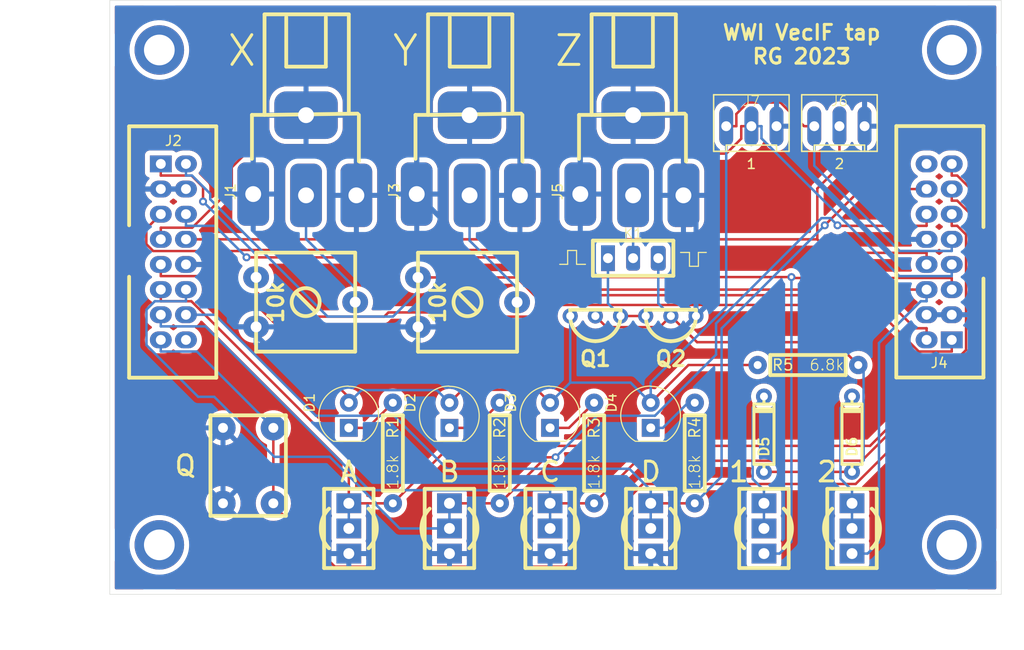
<source format=kicad_pcb>
(kicad_pcb (version 20211014) (generator pcbnew)
  (layers (0 "F.Cu" signal) (31 "B.Cu" signal) (34 "B.Paste" user) (35 "F.Paste" user) (36 "B.SilkS" user "B.Silkscreen") (37 "F.SilkS" user "F.Silkscreen") (38 "B.Mask" user) (39 "F.Mask" user) (44 "Edge.Cuts" user))
  (net 0 "")
  (net 1 "/Xout")
  (net 2 "GND")
  (net 3 "/Z1")
  (net 4 "/gun1")
  (net 5 "+5V")
  (net 6 "/GPIO5")
  (net 7 "/GPIO20")
  (net 8 "/isKEY")
  (net 9 "/Yout")
  (net 10 "/Z2")
  (net 11 "/gun2")
  (net 12 "/GPIO6")
  (net 13 "/GPIO21")
  (net 14 "Net-(D5-Pad2)")
  (net 15 "Net-(S7-Pad1)")
  (net 16 "Net-(J5-Pad1)")
  (net 17 "Net-(J1-Pad1)")
  (net 18 "Net-(K1-Pad3)")
  (net 19 "Net-(R1-Pad1)")
  (net 20 "Net-(R2-Pad1)")
  (net 21 "Net-(R3-Pad1)")
  (net 22 "Net-(R4-Pad1)")
  (net 24 "Net-(S6-Pad1)")
  (net 25 "Net-(J3-Pad1)")
  (footprint "RG:Sw-T101-Um" (layer "F.Cu") (at 74.93 53.34 -90)
    (fp_text reference "S7" hide)
    (fp_text value "TASTERU" hide)
    (pad "1" thru_hole rect (at -2.54 0 270) (size 1.99898 2.49936) (drill 1.09982) (layers *.Cu *.Mask) (net 15 "Net-(S7-Pad1)"))
    (pad "2" thru_hole rect (at 0 0 270) (size 1.99898 2.49936) (drill 1.09982) (layers *.Cu *.Mask) (net 15 "Net-(S7-Pad1)"))
    (pad "3" thru_hole rect (at 2.54 0 270) (size 1.99898 2.49936) (drill 1.09982) (layers *.Cu *.Mask) (net 10 "/Z2"))
  )
  (footprint "RG:Bohrloch3mm" (layer "F.Cu") (at 85 55)
    (fp_text reference "Y1" hide)
    (fp_text value "3mm" hide)
    (fp_circle (center 0 0) (end 3.535534 0) (layer "F.Cu") (width 1) (fill none))
    (pad "" thru_hole circle locked (at 0 0) (size 5 5) (drill 3.099999) (layers *.Cu *.Mask))
  )
  (footprint "RG:Cinch_liegend" (layer "F.Cu") (at 52.8319 19.685 90)
    (fp_text reference "J5" (at 0.381 -7.62 90 unlocked) (layer "F.SilkS"))
    (fp_text value "Z")
    (pad "1" thru_hole roundrect (at 0 0 90) (size 6.4 3.2) (drill 1.6) (layers *.Cu *.Mask) (net 16 "Net-(J5-Pad1)"))
    (pad "2" thru_hole roundrect (at 0.127 -5.334 90) (size 6.4 3.2) (drill 1.6) (layers *.Cu *.Mask) (net 2 "GND"))
    (pad "2" thru_hole roundrect (at 0 5.08 90) (size 6.4 3.2) (drill 1.6) (layers *.Cu *.Mask) (net 2 "GND"))
    (pad "2" thru_hole roundrect (at 8.1 0 90) (size 4.8 6.4) (drill 1.6) (layers *.Cu *.Mask) (net 2 "GND"))
  )
  (footprint "RG:LED_D5.0mm" (layer "F.Cu") (at 34.29 41.91 90)
    (fp_text reference "D2" (at 1.27 -3.96 90) (layer "F.SilkS"))
    (fp_text value "LED")
    (pad "A" thru_hole circle (at 1.27 0 90) (size 1.8 1.8) (drill 0.9) (layers *.Cu *.Mask) (net 5 "+5V"))
    (pad "K" thru_hole rect (at -1.27 0 90) (size 1.8 1.8) (drill 0.9) (layers *.Cu *.Mask) (net 20 "Net-(R2-Pad1)"))
  )
  (footprint "RG:R4-2" (layer "F.Cu") (at 39.37 45.72 -90)
    (fp_text reference "R2" (at -2.54 0 -90) (layer "F.SilkS") (effects (font (size 1.1 1.1))))
    (fp_text value "1.8k" (at 1.905 0 -90) (layer "F.SilkS") (effects (font (size 1.1 1.1) (thickness 0.1))))
    (pad "1" thru_hole circle (at -5.08 0 270) (size 1.85 1.85) (drill 0.8) (layers *.Cu *.Mask) (net 20 "Net-(R2-Pad1)"))
    (pad "2" thru_hole circle (at 5.08 0 270) (size 1.85 1.85) (drill 0.8) (layers *.Cu *.Mask) (net 12 "/GPIO6"))
  )
  (footprint "RG:Cinch_liegend" (layer "F.Cu") (at 36.3219 19.685 90)
    (fp_text reference "J3" (at 0.381 -7.62 90 unlocked) (layer "F.SilkS"))
    (fp_text value "Y")
    (pad "1" thru_hole roundrect (at 0 0 90) (size 6.4 3.2) (drill 1.6) (layers *.Cu *.Mask) (net 25 "Net-(J3-Pad1)"))
    (pad "2" thru_hole roundrect (at 0.127 -5.334 90) (size 6.4 3.2) (drill 1.6) (layers *.Cu *.Mask) (net 2 "GND"))
    (pad "2" thru_hole roundrect (at 8.1 0 90) (size 4.8 6.4) (drill 1.6) (layers *.Cu *.Mask) (net 2 "GND"))
    (pad "2" thru_hole roundrect (at 0 5.08 90) (size 6.4 3.2) (drill 1.6) (layers *.Cu *.Mask) (net 2 "GND"))
  )
  (footprint "RG:Sw-T101-Um" (layer "F.Cu") (at 54.61 53.34 -90)
    (fp_text reference "S4" hide)
    (fp_text value "TASTERU" hide)
    (pad "1" thru_hole rect (at -2.54 0 270) (size 1.99898 2.49936) (drill 1.09982) (layers *.Cu *.Mask) (net 13 "/GPIO21"))
    (pad "2" thru_hole rect (at 0 0 270) (size 1.99898 2.49936) (drill 1.09982) (layers *.Cu *.Mask) (net 13 "/GPIO21"))
    (pad "3" thru_hole rect (at 2.54 0 270) (size 1.99898 2.49936) (drill 1.09982) (layers *.Cu *.Mask) (net 2 "GND"))
  )
  (footprint "RG:D3" (layer "F.Cu") (at 74.93 45.085 90)
    (fp_text reference "D6" (at 0 0 90) (layer "F.SilkS") (effects (font (size 1.016 1.016) (thickness 0.2032))))
    (fp_text value "BAT42" hide)
    (pad "1" thru_hole circle (at 5.08 0 90) (size 1.6 1.6) (drill 0.8) (layers *.Cu *.Mask) (net 15 "Net-(S7-Pad1)"))
    (pad "2" thru_hole circle (at -2.54 0 90) (size 1.6 1.6) (drill 0.8) (layers *.Cu *.Mask) (net 14 "Net-(D5-Pad2)"))
  )
  (footprint "RG:PSS_3" (layer "F.Cu") (at 64.77 12.7 180)
    (fp_text reference "J7" (at 0 2.54 180) (layer "F.SilkS") (effects (font (size 1.00076 1.00076) (thickness 0.09906))))
    (fp_text value "Conn_01x03" hide)
    (pad "1" thru_hole oval (at 2.54 0 180) (size 1.397 4) (drill 1.00076) (layers *.Cu *.Mask) (net 5 "+5V"))
    (pad "2" thru_hole oval (at 0 0 180) (size 1.397 4) (drill 1.00076) (layers *.Cu *.Mask) (net 4 "/gun1"))
    (pad "3" thru_hole oval (at -2.54 0 180) (size 1.397 4) (drill 1.00076) (layers *.Cu *.Mask) (net 2 "GND"))
  )
  (footprint "RG:ACP-CA9V10-Trimmer" (layer "F.Cu") (at 36.1163 30.48 -90)
    (fp_text reference "RV2" hide)
    (fp_text value "10k" (at 0 2.99974 90) (layer "F.SilkS") (effects (font (size 1.524 1.524) (thickness 0.3048))))
    (pad "1" thru_hole oval (at -2.5 5.00126 270) (size 2.2 2.6) (drill 1.1) (layers *.Cu *.Mask) (net 9 "/Yout"))
    (pad "2" thru_hole oval (at 0 -5.00126 270) (size 2.2 2.6) (drill 1.1) (layers *.Cu *.Mask) (net 25 "Net-(J3-Pad1)"))
    (pad "3" thru_hole oval (at 2.5 5.00126 270) (size 2.2 2.6) (drill 1.1) (layers *.Cu *.Mask) (net 2 "GND"))
  )
  (footprint "RG:R4-2" (layer "F.Cu") (at 59.055 45.72 -90)
    (fp_text reference "R4" (at -2.54 0 -90) (layer "F.SilkS") (effects (font (size 1.1 1.1))))
    (fp_text value "1.8k" (at 1.905 0 -90) (layer "F.SilkS") (effects (font (size 1.1 1.1) (thickness 0.1))))
    (pad "1" thru_hole circle (at -5.08 0 270) (size 1.85 1.85) (drill 0.8) (layers *.Cu *.Mask) (net 22 "Net-(R4-Pad1)"))
    (pad "2" thru_hole circle (at 5.08 0 270) (size 1.85 1.85) (drill 0.8) (layers *.Cu *.Mask) (net 13 "/GPIO21"))
  )
  (footprint "RG:PSS_3" (layer "F.Cu") (at 73.66 12.7 180)
    (fp_text reference "J6" (at 0 2.54) (layer "F.SilkS") (effects (font (size 1.00076 1.00076) (thickness 0.09906))))
    (fp_text value "Conn_01x03" hide)
    (pad "1" thru_hole oval (at 2.54 0 180) (size 1.397 4) (drill 1.00076) (layers *.Cu *.Mask) (net 5 "+5V"))
    (pad "2" thru_hole oval (at 0 0 180) (size 1.397 4) (drill 1.00076) (layers *.Cu *.Mask) (net 11 "/gun2"))
    (pad "3" thru_hole oval (at -2.54 0 180) (size 1.397 4) (drill 1.00076) (layers *.Cu *.Mask) (net 2 "GND"))
  )
  (footprint "RG:FETsgd_inline" (layer "F.Cu") (at 56.6419 31.8769 -90)
    (fp_text reference "Q2" (at 4.3181 0) (layer "F.SilkS") (effects (font (size 1.524 1.524) (thickness 0.3048))))
    (fp_text value "BS170" hide)
    (pad "D" thru_hole circle (at 0 2.54 270) (size 1.524 1.524) (drill 0.8128) (layers *.Cu *.Mask) (net 18 "Net-(K1-Pad3)"))
    (pad "G" thru_hole circle (at 0 0 270) (size 1.524 1.524) (drill 0.8128) (layers *.Cu *.Mask) (net 14 "Net-(D5-Pad2)"))
    (pad "S" thru_hole circle (at 0 -2.54 270) (size 1.524 1.524) (drill 0.8128) (layers *.Cu *.Mask) (net 2 "GND"))
  )
  (footprint "RG:Bohrloch3mm" (layer "F.Cu") (at 85 5)
    (fp_text reference "Y3" hide)
    (fp_text value "3mm" hide)
    (fp_circle (center 0 0) (end 3.535534 0) (layer "F.Cu") (width 1) (fill none))
    (pad "" thru_hole circle locked (at 0 0) (size 5 5) (drill 3.099999) (layers *.Cu *.Mask))
  )
  (footprint "RG:Pins_3" (layer "F.Cu") (at 52.8319 26.035 180)
    (fp_text reference "K1" (at 0 2.5 180) (layer "F.SilkS") (effects (font (size 1.00076 1.00076) (thickness 0.09906))))
    (fp_text value "1UM" hide)
    (pad "1" thru_hole roundrect (at -2.54 0 180) (size 1.5 2.5) (drill 1.00076) (layers *.Cu *.Mask) (net 14 "Net-(D5-Pad2)"))
    (pad "2" thru_hole roundrect (at 0 0 180) (size 1.4 2.5) (drill 1.00076) (layers *.Cu *.Mask) (net 16 "Net-(J5-Pad1)"))
    (pad "3" thru_hole rect (at 2.54 0 180) (size 1.4 2.6) (drill 1.00076) (layers *.Cu *.Mask) (net 18 "Net-(K1-Pad3)"))
  )
  (footprint "RG:LED_D5.0mm" (layer "F.Cu") (at 24.13 41.91 90)
    (fp_text reference "D1" (at 1.27 -3.96 90) (layer "F.SilkS"))
    (fp_text value "LED")
    (pad "A" thru_hole circle (at 1.27 0 90) (size 1.8 1.8) (drill 0.9) (layers *.Cu *.Mask) (net 5 "+5V"))
    (pad "K" thru_hole rect (at -1.27 0 90) (size 1.8 1.8) (drill 0.9) (layers *.Cu *.Mask) (net 19 "Net-(R1-Pad1)"))
  )
  (footprint "RG:Sw-T101-Um" (layer "F.Cu") (at 66.04 53.34 -90)
    (fp_text reference "S6" hide)
    (fp_text value "TASTERU" hide)
    (pad "1" thru_hole rect (at -2.54 0 270) (size 1.99898 2.49936) (drill 1.09982) (layers *.Cu *.Mask) (net 24 "Net-(S6-Pad1)"))
    (pad "2" thru_hole rect (at 0 0 270) (size 1.99898 2.49936) (drill 1.09982) (layers *.Cu *.Mask) (net 24 "Net-(S6-Pad1)"))
    (pad "3" thru_hole rect (at 2.54 0 270) (size 1.99898 2.49936) (drill 1.09982) (layers *.Cu *.Mask) (net 3 "/Z1"))
  )
  (footprint "RG:R4-2" (layer "F.Cu") (at 70.485 36.83)
    (fp_text reference "R5" (at -2.54 0) (layer "F.SilkS") (effects (font (size 1.1 1.1))))
    (fp_text value "6.8k" (at 1.905 0) (layer "F.SilkS") (effects (font (size 1.1 1.1) (thickness 0.1))))
    (pad "1" thru_hole circle (at -5.08 0) (size 1.85 1.85) (drill 0.8) (layers *.Cu *.Mask) (net 5 "+5V"))
    (pad "2" thru_hole circle (at 5.08 0) (size 1.85 1.85) (drill 0.8) (layers *.Cu *.Mask) (net 14 "Net-(D5-Pad2)"))
  )
  (footprint "RG:LED_D5.0mm" (layer "F.Cu") (at 44.45 41.91 90)
    (fp_text reference "D3" (at 1.27 -3.96 90) (layer "F.SilkS"))
    (fp_text value "LED")
    (pad "A" thru_hole circle (at 1.27 0 90) (size 1.8 1.8) (drill 0.9) (layers *.Cu *.Mask) (net 5 "+5V"))
    (pad "K" thru_hole rect (at -1.27 0 90) (size 1.8 1.8) (drill 0.9) (layers *.Cu *.Mask) (net 21 "Net-(R3-Pad1)"))
  )
  (footprint "RG:Bohrloch3mm" (layer "F.Cu") (at 5 55)
    (fp_text reference "Y2" hide)
    (fp_text value "3mm" hide)
    (fp_circle (center 0 0) (end 3.535534 0) (layer "F.Cu") (width 1) (fill none))
    (pad "" thru_hole circle locked (at 0 0) (size 5 5) (drill 3.099999) (layers *.Cu *.Mask))
  )
  (footprint "RG:Cinch_liegend" (layer "F.Cu") (at 19.8119 19.685 90)
    (fp_text reference "J1" (at 0.381 -7.62 90 unlocked) (layer "F.SilkS"))
    (fp_text value "X")
    (pad "1" thru_hole roundrect (at 0 0 90) (size 6.4 3.2) (drill 1.6) (layers *.Cu *.Mask) (net 17 "Net-(J1-Pad1)"))
    (pad "2" thru_hole roundrect (at 8.1 0 90) (size 4.8 6.4) (drill 1.6) (layers *.Cu *.Mask) (net 2 "GND"))
    (pad "2" thru_hole roundrect (at 0 5.08 90) (size 6.4 3.2) (drill 1.6) (layers *.Cu *.Mask) (net 2 "GND"))
    (pad "2" thru_hole roundrect (at 0.127 -5.334 90) (size 6.4 3.2) (drill 1.6) (layers *.Cu *.Mask) (net 2 "GND"))
  )
  (footprint "RG:Sw-T101-Um" (layer "F.Cu") (at 24.13 53.34 -90)
    (fp_text reference "S1" hide)
    (fp_text value "TASTERU" hide)
    (pad "1" thru_hole rect (at -2.54 0 270) (size 1.99898 2.49936) (drill 1.09982) (layers *.Cu *.Mask) (net 6 "/GPIO5"))
    (pad "2" thru_hole rect (at 0 0 270) (size 1.99898 2.49936) (drill 1.09982) (layers *.Cu *.Mask) (net 6 "/GPIO5"))
    (pad "3" thru_hole rect (at 2.54 0 270) (size 1.99898 2.49936) (drill 1.09982) (layers *.Cu *.Mask) (net 2 "GND"))
  )
  (footprint "RG:ACP-CA9V10-Trimmer" (layer "F.Cu") (at 19.7719 30.4748 -90)
    (fp_text reference "RV1" hide)
    (fp_text value "10k" (at 0 2.99974 90) (layer "F.SilkS") (effects (font (size 1.524 1.524) (thickness 0.3048))))
    (pad "1" thru_hole oval (at -2.5 5.00126 270) (size 2.2 2.6) (drill 1.1) (layers *.Cu *.Mask) (net 1 "/Xout"))
    (pad "2" thru_hole oval (at 0 -5.00126 270) (size 2.2 2.6) (drill 1.1) (layers *.Cu *.Mask) (net 17 "Net-(J1-Pad1)"))
    (pad "3" thru_hole oval (at 2.5 5.00126 270) (size 2.2 2.6) (drill 1.1) (layers *.Cu *.Mask) (net 2 "GND"))
  )
  (footprint "RG:Bohrloch3mm" (layer "F.Cu") (at 5 5)
    (fp_text reference "Y4" hide)
    (fp_text value "3mm" hide)
    (fp_circle (center 0 0) (end 3.535534 0) (layer "F.Cu") (width 1) (fill none))
    (pad "" thru_hole circle locked (at 0 0) (size 5 5) (drill 3.099999) (layers *.Cu *.Mask))
  )
  (footprint "RG:D3" (layer "F.Cu") (at 66.04 45.085 90)
    (fp_text reference "D5" (at 0 0 90) (layer "F.SilkS") (effects (font (size 1.016 1.016) (thickness 0.2032))))
    (fp_text value "BAT42" hide)
    (pad "1" thru_hole circle (at 5.08 0 90) (size 1.6 1.6) (drill 0.8) (layers *.Cu *.Mask) (net 24 "Net-(S6-Pad1)"))
    (pad "2" thru_hole circle (at -2.54 0 90) (size 1.6 1.6) (drill 0.8) (layers *.Cu *.Mask) (net 14 "Net-(D5-Pad2)"))
  )
  (footprint "RG:Wannenstecker_2x08_V" (layer "F.Cu") (at 85 34.29 180)
    (fp_text reference "J4" (at 1.27 -2.33 180) (layer "F.SilkS"))
    (fp_text value "Conn_02x08_Odd_Even")
    (pad "1" thru_hole rect (at 0 0 180) (size 2.2 1.7) (drill 1) (layers *.Cu *.Mask) (net 1 "/Xout"))
    (pad "2" thru_hole oval (at 2.54 0 180) (size 2.2 1.7) (drill 1) (layers *.Cu *.Mask) (net 9 "/Yout"))
    (pad "3" thru_hole oval (at 0 2.54 180) (size 2.2 1.7) (drill 1) (layers *.Cu *.Mask) (net 2 "GND"))
    (pad "4" thru_hole oval (at 2.54 2.54 180) (size 2.2 1.7) (drill 1) (layers *.Cu *.Mask) (net 2 "GND"))
    (pad "5" thru_hole oval (at 0 5.08 180) (size 2.2 1.7) (drill 1) (layers *.Cu *.Mask) (net 3 "/Z1"))
    (pad "6" thru_hole oval (at 2.54 5.08 180) (size 2.2 1.7) (drill 1) (layers *.Cu *.Mask) (net 10 "/Z2"))
    (pad "7" thru_hole oval (at 0 7.62 180) (size 2.2 1.7) (drill 1) (layers *.Cu *.Mask) (net 4 "/gun1"))
    (pad "8" thru_hole oval (at 2.54 7.62 180) (size 2.2 1.7) (drill 1) (layers *.Cu *.Mask) (net 11 "/gun2"))
    (pad "9" thru_hole oval (at 0 10.16 180) (size 2.2 1.7) (drill 1) (layers *.Cu *.Mask) (net 5 "+5V"))
    (pad "10" thru_hole oval (at 2.54 10.16 180) (size 2.2 1.7) (drill 1) (layers *.Cu *.Mask) (net 2 "GND"))
    (pad "11" thru_hole oval (at 0 12.7 180) (size 2.2 1.7) (drill 1) (layers *.Cu *.Mask) (net 6 "/GPIO5"))
    (pad "12" thru_hole oval (at 2.54 12.7 180) (size 2.2 1.7) (drill 1) (layers *.Cu *.Mask) (net 12 "/GPIO6"))
    (pad "13" thru_hole oval (at 0 15.24 180) (size 2.2 1.7) (drill 1) (layers *.Cu *.Mask) (net 7 "/GPIO20"))
    (pad "14" thru_hole oval (at 2.54 15.24 180) (size 2.2 1.7) (drill 1) (layers *.Cu *.Mask) (net 13 "/GPIO21"))
    (pad "15" thru_hole oval (at 0 17.78 180) (size 2.2 1.7) (drill 1) (layers *.Cu *.Mask) (net 8 "/isKEY"))
    (pad "16" thru_hole oval (at 2.54 17.78 180) (size 2.2 1.7) (drill 1) (layers *.Cu *.Mask))
  )
  (footprint "RG:R4-2" (layer "F.Cu") (at 48.895 45.72 -90)
    (fp_text reference "R3" (at -2.54 0 -90) (layer "F.SilkS") (effects (font (size 1.1 1.1))))
    (fp_text value "1.8k" (at 1.905 0 -90) (layer "F.SilkS") (effects (font (size 1.1 1.1) (thickness 0.1))))
    (pad "1" thru_hole circle (at -5.08 0 270) (size 1.85 1.85) (drill 0.8) (layers *.Cu *.Mask) (net 21 "Net-(R3-Pad1)"))
    (pad "2" thru_hole circle (at 5.08 0 270) (size 1.85 1.85) (drill 0.8) (layers *.Cu *.Mask) (net 7 "/GPIO20"))
  )
  (footprint "RG:Tast2mil" (layer "F.Cu") (at 13.97 46.99 -90)
    (fp_text reference "S5" hide)
    (fp_text value "TASTER" hide)
    (pad "1" thru_hole circle (at -3.81 -2.54 270) (size 2.54 2.54) (drill 1.00076) (layers *.Cu *.Mask) (net 8 "/isKEY"))
    (pad "1" thru_hole circle (at 3.81 -2.54 270) (size 2.54 2.54) (drill 1.00076) (layers *.Cu *.Mask) (net 8 "/isKEY"))
    (pad "2" thru_hole circle (at -3.81 2.54 270) (size 2.54 2.54) (drill 1.00076) (layers *.Cu *.Mask) (net 2 "GND"))
    (pad "2" thru_hole circle (at 3.81 2.54 270) (size 2.54 2.54) (drill 1.00076) (layers *.Cu *.Mask) (net 2 "GND"))
  )
  (footprint "RG:Sw-T101-Um" (layer "F.Cu") (at 44.45 53.34 -90)
    (fp_text reference "S3" hide)
    (fp_text value "TASTERU" hide)
    (pad "1" thru_hole rect (at -2.54 0 270) (size 1.99898 2.49936) (drill 1.09982) (layers *.Cu *.Mask) (net 7 "/GPIO20"))
    (pad "2" thru_hole rect (at 0 0 270) (size 1.99898 2.49936) (drill 1.09982) (layers *.Cu *.Mask) (net 7 "/GPIO20"))
    (pad "3" thru_hole rect (at 2.54 0 270) (size 1.99898 2.49936) (drill 1.09982) (layers *.Cu *.Mask) (net 2 "GND"))
  )
  (footprint "RG:Wannenstecker_2x08_V" (layer "F.Cu") (at 5.15 16.51)
    (fp_text reference "J2" (at 1.27 -2.33) (layer "F.SilkS"))
    (fp_text value "Conn_02x08_Odd_Even")
    (pad "1" thru_hole rect (at 0 0) (size 2.2 1.7) (drill 1) (layers *.Cu *.Mask) (net 1 "/Xout"))
    (pad "2" thru_hole oval (at 2.54 0) (size 2.2 1.7) (drill 1) (layers *.Cu *.Mask) (net 9 "/Yout"))
    (pad "3" thru_hole oval (at 0 2.54) (size 2.2 1.7) (drill 1) (layers *.Cu *.Mask) (net 2 "GND"))
    (pad "4" thru_hole oval (at 2.54 2.54) (size 2.2 1.7) (drill 1) (layers *.Cu *.Mask) (net 2 "GND"))
    (pad "5" thru_hole oval (at 0 5.08) (size 2.2 1.7) (drill 1) (layers *.Cu *.Mask) (net 3 "/Z1"))
    (pad "6" thru_hole oval (at 2.54 5.08) (size 2.2 1.7) (drill 1) (layers *.Cu *.Mask) (net 10 "/Z2"))
    (pad "7" thru_hole oval (at 0 7.62) (size 2.2 1.7) (drill 1) (layers *.Cu *.Mask) (net 4 "/gun1"))
    (pad "8" thru_hole oval (at 2.54 7.62) (size 2.2 1.7) (drill 1) (layers *.Cu *.Mask) (net 11 "/gun2"))
    (pad "9" thru_hole oval (at 0 10.16) (size 2.2 1.7) (drill 1) (layers *.Cu *.Mask) (net 5 "+5V"))
    (pad "10" thru_hole oval (at 2.54 10.16) (size 2.2 1.7) (drill 1) (layers *.Cu *.Mask) (net 2 "GND"))
    (pad "11" thru_hole oval (at 0 12.7) (size 2.2 1.7) (drill 1) (layers *.Cu *.Mask) (net 6 "/GPIO5"))
    (pad "12" thru_hole oval (at 2.54 12.7) (size 2.2 1.7) (drill 1) (layers *.Cu *.Mask) (net 12 "/GPIO6"))
    (pad "13" thru_hole oval (at 0 15.24) (size 2.2 1.7) (drill 1) (layers *.Cu *.Mask) (net 7 "/GPIO20"))
    (pad "14" thru_hole oval (at 2.54 15.24) (size 2.2 1.7) (drill 1) (layers *.Cu *.Mask) (net 13 "/GPIO21"))
    (pad "15" thru_hole oval (at 0 17.78) (size 2.2 1.7) (drill 1) (layers *.Cu *.Mask) (net 8 "/isKEY"))
    (pad "16" thru_hole oval (at 2.54 17.78) (size 2.2 1.7) (drill 1) (layers *.Cu *.Mask))
  )
  (footprint "RG:Sw-T101-Um" (layer "F.Cu") (at 34.29 53.34 -90)
    (fp_text reference "S2" hide)
    (fp_text value "TASTERU" hide)
    (pad "1" thru_hole rect (at -2.54 0 270) (size 1.99898 2.49936) (drill 1.09982) (layers *.Cu *.Mask) (net 12 "/GPIO6"))
    (pad "2" thru_hole rect (at 0 0 270) (size 1.99898 2.49936) (drill 1.09982) (layers *.Cu *.Mask) (net 12 "/GPIO6"))
    (pad "3" thru_hole rect (at 2.54 0 270) (size 1.99898 2.49936) (drill 1.09982) (layers *.Cu *.Mask) (net 2 "GND"))
  )
  (footprint "RG:R4-2" (layer "F.Cu") (at 28.575 45.72 -90)
    (fp_text reference "R1" (at -2.54 0 -90) (layer "F.SilkS") (effects (font (size 1.1 1.1))))
    (fp_text value "1.8k" (at 1.905 0 -90) (layer "F.SilkS") (effects (font (size 1.1 1.1) (thickness 0.1))))
    (pad "1" thru_hole circle (at -5.08 0 270) (size 1.85 1.85) (drill 0.8) (layers *.Cu *.Mask) (net 19 "Net-(R1-Pad1)"))
    (pad "2" thru_hole circle (at 5.08 0 270) (size 1.85 1.85) (drill 0.8) (layers *.Cu *.Mask) (net 6 "/GPIO5"))
  )
  (footprint "RG:LED_D5.0mm" (layer "F.Cu") (at 54.61 41.91 90)
    (fp_text reference "D4" (at 1.27 -3.96 90) (layer "F.SilkS"))
    (fp_text value "LED")
    (pad "A" thru_hole circle (at 1.27 0 90) (size 1.8 1.8) (drill 0.9) (layers *.Cu *.Mask) (net 5 "+5V"))
    (pad "K" thru_hole rect (at -1.27 0 90) (size 1.8 1.8) (drill 0.9) (layers *.Cu *.Mask) (net 22 "Net-(R4-Pad1)"))
  )
  (footprint "RG:FETsgd_inline" (layer "F.Cu") (at 49.0219 31.8769 -90)
    (fp_text reference "Q1" (at 4.3181 0) (layer "F.SilkS") (effects (font (size 1.524 1.524) (thickness 0.3048))))
    (fp_text value "BS250" hide)
    (pad "D" thru_hole circle (at 0 2.54 270) (size 1.524 1.524) (drill 0.8128) (layers *.Cu *.Mask) (net 5 "+5V"))
    (pad "G" thru_hole circle (at 0 0 270) (size 1.524 1.524) (drill 0.8128) (layers *.Cu *.Mask) (net 14 "Net-(D5-Pad2)"))
    (pad "S" thru_hole circle (at 0 -2.54 270) (size 1.524 1.524) (drill 0.8128) (layers *.Cu *.Mask) (net 18 "Net-(K1-Pad3)"))
  )
  (gr_line (start 47.1219 26.655) (end 47.1219 25.255) (layer "F.SilkS") (width 0.12))
  (gr_line (start 58.5219 26.855) (end 59.4219 26.855) (layer "F.SilkS") (width 0.12))
  (gr_line (start 46.2219 26.655) (end 45.4219 26.655) (layer "F.SilkS") (width 0.12))
  (gr_line (start 47.1219 25.255) (end 46.2219 25.255) (layer "F.SilkS") (width 0.12))
  (gr_line (start 59.4219 26.855) (end 59.4219 25.455) (layer "F.SilkS") (width 0.12))
  (gr_line (start 58.5219 25.455) (end 58.5219 26.855) (layer "F.SilkS") (width 0.12))
  (gr_line (start 57.6219 25.455) (end 58.5219 25.455) (layer "F.SilkS") (width 0.12))
  (gr_line (start 46.2219 25.255) (end 46.2219 26.655) (layer "F.SilkS") (width 0.12))
  (gr_line (start 59.4219 25.455) (end 60.2219 25.455) (layer "F.SilkS") (width 0.12))
  (gr_line (start 48.0219 26.655) (end 47.1219 26.655) (layer "F.SilkS") (width 0.12))
  (gr_line (start 90 60) (end 0 60) (layer "Edge.Cuts") (width 0.05))
  (gr_line (start 0 0) (end 90 0) (layer "Edge.Cuts") (width 0.05))
  (gr_line (start 90 0) (end 90 60) (layer "Edge.Cuts") (width 0.05))
  (gr_line (start 0 60) (end 0 0) (layer "Edge.Cuts") (width 0.05))
  (gr_text "Q" (at 7.62 46.99) (layer "F.SilkS") (effects (font (size 2 2) (thickness 0.3))))
  (gr_text "C" (at 44.45 47.625) (layer "F.SilkS") (effects (font (size 2 2) (thickness 0.3))))
  (gr_text "Z" (at 46.355 5.08) (layer "F.SilkS") (effects (font (size 3 3) (thickness 0.3))))
  (gr_text "A" (at 24.13 47.625) (layer "F.SilkS") (effects (font (size 2 2) (thickness 0.3))))
  (gr_text "D" (at 54.61 47.625) (layer "F.SilkS") (effects (font (size 2 2) (thickness 0.3))))
  (gr_text "WWI VecIF tap\nRG 2023" (at 69.85 4.445) (layer "F.SilkS") (effects (font (size 1.5 1.5) (thickness 0.3))))
  (gr_text "X" (at 13.335 5.08) (layer "F.SilkS") (effects (font (size 3 3) (thickness 0.3))))
  (gr_text "Y" (at 29.845 5.08) (layer "F.SilkS") (effects (font (size 3 3) (thickness 0.3))))
  (gr_text "B" (at 34.29 47.625) (layer "F.SilkS") (effects (font (size 2 2) (thickness 0.3))))
  (gr_text "2" (at 73.66 16.51) (layer "F.SilkS") (effects (font (size 1 1))))
  (gr_text "1" (at 63.5 47.625) (layer "F.SilkS") (effects (font (size 2 2) (thickness 0.3))))
  (gr_text "2" (at 72.39 47.625) (layer "F.SilkS") (effects (font (size 2 2) (thickness 0.3))))
  (gr_text "1" (at 64.77 16.51) (layer "F.SilkS") (effects (font (size 1 1))))
  (segment (start 9.4138 18.8565) (end 9.4138 20.3111) (width 0.25) (layer "F.Cu") (net 1))
  (segment (start 43.1647 31.9415) (end 44.3436 30.7626) (width 0.25) (layer "F.Cu") (net 1))
  (segment (start 27.704 31.9414) (end 28.1309 31.5145) (width 0.25) (layer "F.Cu") (net 1))
  (segment (start 14.7706 29.3999) (end 17.3121 31.9414) (width 0.25) (layer "F.Cu") (net 1))
  (segment (start 44.3436 30.7626) (end 76.9694 30.7626) (width 0.25) (layer "F.Cu") (net 1))
  (segment (start 76.9694 30.7626) (end 81.6719 35.4651) (width 0.25) (layer "F.Cu") (net 1))
  (segment (start 14.7706 27.9748) (end 14.7706 29.3999) (width 0.25) (layer "F.Cu") (net 1))
  (segment (start 17.3121 31.9414) (end 27.704 31.9414) (width 0.25) (layer "F.Cu") (net 1))
  (segment (start 81.6719 35.4651) (end 85 35.4651) (width 0.25) (layer "F.Cu") (net 1))
  (segment (start 8.2424 17.6851) (end 9.4138 18.8565) (width 0.25) (layer "F.Cu") (net 1))
  (segment (start 85 34.29) (end 85 35.4651) (width 0.25) (layer "F.Cu") (net 1))
  (segment (start 32.7765 31.9415) (end 43.1647 31.9415) (width 0.25) (layer "F.Cu") (net 1))
  (segment (start 32.3495 31.5145) (end 32.7765 31.9415) (width 0.25) (layer "F.Cu") (net 1))
  (segment (start 28.1309 31.5145) (end 32.3495 31.5145) (width 0.25) (layer "F.Cu") (net 1))
  (segment (start 5.15 17.6851) (end 8.2424 17.6851) (width 0.25) (layer "F.Cu") (net 1))
  (segment (start 5.15 16.51) (end 5.15 17.6851) (width 0.25) (layer "F.Cu") (net 1))
  (via (at 9.4138 20.3111) (size 0.8) (drill 0.4) (layers "F.Cu" "B.Cu") (net 1))
  (segment (start 14.7706 26.5497) (end 14.7706 25.6679) (width 0.25) (layer "B.Cu") (net 1))
  (segment (start 14.7706 27.9748) (end 14.7706 26.5497) (width 0.25) (layer "B.Cu") (net 1))
  (segment (start 14.7706 25.6679) (end 9.4138 20.3111) (width 0.25) (layer "B.Cu") (net 1))
  (segment locked (start 78.74 58.42) (end 79.375 57.785) (width 0.5) (layer "B.Cu") (net 2))
  (segment locked (start 14.77064 33.82064) (end 15.875 34.925) (width 0.5) (layer "B.Cu") (net 2))
  (segment (start 67.31 12.065) (end 67.31 7.62) (width 0.5) (layer "B.Cu") (net 2))
  (segment (start 67.31 7.62) (end 76.2 7.62) (width 0.5) (layer "B.Cu") (net 2))
  (segment locked (start 14.77064 32.9748) (end 14.77064 33.82064) (width 0.5) (layer "B.Cu") (net 2))
  (segment locked (start 82.46 24.13) (end 79.375 24.13) (width 0.5) (layer "B.Cu") (net 2))
  (segment locked (start 15.875 34.925) (end 30.48 34.925) (width 0.5) (layer "B.Cu") (net 2))
  (segment locked (start 47.4979 11.9379) (end 47.145 11.585) (width 0.5) (layer "B.Cu") (net 2))
  (segment locked (start 47.4979 19.558) (end 47.4979 11.9379) (width 0.5) (layer "B.Cu") (net 2))
  (segment locked (start 79.375 24.13) (end 79.375 13.97) (width 0.5) (layer "B.Cu") (net 2))
  (segment locked (start 2.54 42.545) (end 2.54 19.685) (width 0.5) (layer "B.Cu") (net 2))
  (segment (start 57.63 8.41) (end 58.42 7.62) (width 0.5) (layer "B.Cu") (net 2))
  (segment locked (start 12.065 26.67) (end 12.065 32.385) (width 0.5) (layer "B.Cu") (net 2))
  (segment locked (start 11.43 50.8) (end 16.51 55.88) (width 0.5) (layer "B.Cu") (net 2))
  (segment locked (start 24.8919 11.6131) (end 24.92 11.585) (width 0.5) (layer "B.Cu") (net 2))
  (segment (start 79.375 7.62) (end 79.375 13.97) (width 0.5) (layer "B.Cu") (net 2))
  (segment locked (start 30.9879 19.558) (end 33.655 22.2251) (width 0.5) (layer "B.Cu") (net 2))
  (segment locked (start 59.1819 20.955) (end 57.9119 19.685) (width 0.5) (layer "B.Cu") (net 2))
  (segment locked (start 24.8919 19.685) (end 24.8919 11.6131) (width 0.5) (layer "B.Cu") (net 2))
  (segment locked (start 24.92 11.585) (end 30.96 11.585) (width 0.5) (layer "B.Cu") (net 2))
  (segment locked (start 54.61 55.88) (end 57.15 58.42) (width 0.5) (layer "B.Cu") (net 2))
  (segment locked (start 14.4779 11.6129) (end 14.45 11.585) (width 0.5) (layer "B.Cu") (net 2))
  (segment locked (start 12.6548 32.9748) (end 14.77064 32.9748) (width 0.5) (layer "B.Cu") (net 2))
  (segment locked (start 3.175 43.18) (end 2.54 42.545) (width 0.5) (layer "B.Cu") (net 2))
  (segment locked (start 5.15 19.05) (end 7.69 19.05) (width 0.5) (layer "B.Cu") (net 2))
  (segment locked (start 30.9879 19.558) (end 30.9879 11.6129) (width 0.5) (layer "B.Cu") (net 2))
  (segment locked (start 2.695 11.585) (end 2.695 18.57) (width 0.5) (layer "B.Cu") (net 2))
  (segment locked (start 14.4779 19.558) (end 14.4779 11.6129) (width 0.5) (layer "B.Cu") (net 2))
  (segment locked (start 19.8119 11.585) (end 14.45 11.585) (width 0.5) (layer "B.Cu") (net 2))
  (segment locked (start 33.655 22.2251) (end 33.655 32.385) (width 0.5) (layer "B.Cu") (net 2))
  (segment (start 76.2 7.62) (end 76.2 12.065) (width 0.5) (layer "B.Cu") (net 2))
  (segment (start 31.115 32.98) (end 31.115 34.29) (width 0.5) (layer "B.Cu") (net 2))
  (segment locked (start 33.655 32.385) (end 33.0652 32.9748) (width 0.5) (layer "B.Cu") (net 2))
  (segment locked (start 79.375 13.97) (end 86.995 13.97) (width 0.5) (layer "B.Cu") (net 2))
  (segment locked (start 24.13 55.88) (end 54.61 55.88) (width 0.5) (layer "B.Cu") (net 2))
  (segment locked (start 31.57124 33.83376) (end 31.57124 32.9748) (width 0.5) (layer "B.Cu") (net 2))
  (segment locked (start 86.995 31.75) (end 85 31.75) (width 0.5) (layer "B.Cu") (net 2))
  (segment locked (start 30.9879 11.6129) (end 30.96 11.585) (width 0.5) (layer "B.Cu") (net 2))
  (segment locked (start 57.63 11.585) (end 57.9119 11.8669) (width 0.5) (layer "B.Cu") (net 2))
  (segment locked (start 57.15 58.42) (end 78.74 58.42) (width 0.5) (layer "B.Cu") (net 2))
  (segment locked (start 16.51 55.88) (end 24.13 55.88) (width 0.5) (layer "B.Cu") (net 2))
  (segment locked (start 85 31.75) (end 82.46 31.75) (width 0.5) (layer "B.Cu") (net 2))
  (segment locked (start 52.8319 11.585) (end 57.63 11.585) (width 0.5) (layer "B.Cu") (net 2))
  (segment locked (start 79.375 57.785) (end 79.375 50.165) (width 0.5) (layer "B.Cu") (net 2))
  (segment locked (start 3.175 19.05) (end 5.15 19.05) (width 0.5) (layer "B.Cu") (net 2))
  (segment locked (start 2.695 18.57) (end 3.175 19.05) (width 0.5) (layer "B.Cu") (net 2))
  (segment locked (start 12.065 32.385) (end 12.6548 32.9748) (width 0.5) (layer "B.Cu") (net 2))
  (segment (start 76.2 7.62) (end 79.375 7.62) (width 0.5) (layer "B.Cu") (net 2))
  (segment locked (start 47.145 11.585) (end 52.8319 11.585) (width 0.5) (layer "B.Cu") (net 2))
  (segment locked (start 59.1819 31.8769) (end 59.1819 20.955) (width 0.5) (layer "B.Cu") (net 2))
  (segment (start 31.115 34.29) (end 30.48 34.925) (width 0.5) (layer "B.Cu") (net 2))
  (segment locked (start 19.8119 11.585) (end 24.92 11.585) (width 0.5) (layer "B.Cu") (net 2))
  (segment (start 58.42 7.62) (end 67.31 7.62) (width 0.5) (layer "B.Cu") (net 2))
  (segment locked (start 30.96 11.585) (end 47.145 11.585) (width 0.5) (layer "B.Cu") (net 2))
  (segment locked (start 7.69 26.67) (end 12.065 26.67) (width 0.5) (layer "B.Cu") (net 2))
  (segment locked (start 79.375 50.165) (end 86.995 42.545) (width 0.5) (layer "B.Cu") (net 2))
  (segment locked (start 2.54 19.685) (end 3.175 19.05) (width 0.5) (layer "B.Cu") (net 2))
  (segment locked (start 14.45 11.585) (end 2.695 11.585) (width 0.5) (layer "B.Cu") (net 2))
  (segment locked (start 86.995 42.545) (end 86.995 31.75) (width 0.5) (layer "B.Cu") (net 2))
  (segment locked (start 33.0652 32.9748) (end 31.57124 32.9748) (width 0.5) (layer "B.Cu") (net 2))
  (segment locked (start 11.43 43.18) (end 11.43 50.8) (width 0.5) (layer "B.Cu") (net 2))
  (segment locked (start 86.995 13.97) (end 86.995 31.75) (width 0.5) (layer "B.Cu") (net 2))
  (segment (start 57.63 11.585) (end 57.63 8.41) (width 0.5) (layer "B.Cu") (net 2))
  (segment locked (start 11.43 43.18) (end 3.175 43.18) (width 0.5) (layer "B.Cu") (net 2))
  (segment locked (start 57.9119 11.8669) (end 57.9119 19.685) (width 0.5) (layer "B.Cu") (net 2))
  (segment (start 68.8145 27.9442) (end 68.9052 28.0349) (width 0.25) (layer "F.Cu") (net 3))
  (segment (start 85 29.21) (end 85 28.0349) (width 0.25) (layer "F.Cu") (net 3))
  (segment (start 68.9052 28.0349) (end 85 28.0349) (width 0.25) (layer "F.Cu") (net 3))
  (segment (start 3.6891 24.6138) (end 4.3882 25.3129) (width 0.25) (layer "F.Cu") (net 3))
  (segment (start 13.1613 25.205) (end 45.7828 25.205) (width 0.25) (layer "F.Cu") (net 3))
  (segment (start 3.6891 23.0509) (end 3.6891 24.6138) (width 0.25) (layer "F.Cu") (net 3))
  (segment (start 45.7828 25.205) (end 48.522 27.9442) (width 0.25) (layer "F.Cu") (net 3))
  (segment (start 5.15 21.59) (end 3.6891 23.0509) (width 0.25) (layer "F.Cu") (net 3))
  (segment (start 4.3882 25.3129) (end 13.0534 25.3129) (width 0.25) (layer "F.Cu") (net 3))
  (segment (start 13.0534 25.3129) (end 13.1613 25.205) (width 0.25) (layer "F.Cu") (net 3))
  (segment (start 48.522 27.9442) (end 68.8145 27.9442) (width 0.25) (layer "F.Cu") (net 3))
  (via (at 68.8145 27.9442) (size 0.8) (drill 0.4) (layers "F.Cu" "B.Cu") (net 3))
  (segment (start 66.04 55.88) (end 67.6148 55.88) (width 0.25) (layer "B.Cu") (net 3))
  (segment (start 68.8145 54.6803) (end 67.6148 55.88) (width 0.25) (layer "B.Cu") (net 3))
  (segment (start 68.8145 27.9442) (end 68.8145 54.6803) (width 0.25) (layer "B.Cu") (net 3))
  (segment (start 13.6997 15.4696) (end 62.2354 15.4696) (width 0.25) (layer "F.Cu") (net 4))
  (segment (start 62.2354 15.4696) (end 63.7464 13.9586) (width 0.25) (layer "F.Cu") (net 4))
  (segment (start 5.15 24.13) (end 5.15 22.9549) (width 0.25) (layer "F.Cu") (net 4))
  (segment (start 12.3152 18.9608) (end 12.3152 16.8541) (width 0.25) (layer "F.Cu") (net 4))
  (segment (start 8.3211 22.9549) (end 12.3152 18.9608) (width 0.25) (layer "F.Cu") (net 4))
  (segment (start 63.7464 13.9586) (end 63.7464 12.7) (width 0.25) (layer "F.Cu") (net 4))
  (segment (start 5.15 22.9549) (end 8.3211 22.9549) (width 0.25) (layer "F.Cu") (net 4))
  (segment (start 12.3152 16.8541) (end 13.6997 15.4696) (width 0.25) (layer "F.Cu") (net 4))
  (segment (start 64.77 12.7) (end 63.7464 12.7) (width 0.25) (layer "F.Cu") (net 4))
  (segment (start 85 26.67) (end 85 27.8451) (width 0.25) (layer "B.Cu") (net 4))
  (segment (start 65.7936 13.9328) (end 79.7059 27.8451) (width 0.25) (layer "B.Cu") (net 4))
  (segment (start 79.7059 27.8451) (end 85 27.8451) (width 0.25) (layer "B.Cu") (net 4))
  (segment (start 64.77 12.7) (end 65.7936 12.7) (width 0.25) (layer "B.Cu") (net 4))
  (segment (start 65.7936 12.7) (end 65.7936 13.9328) (width 0.25) (layer "B.Cu") (net 4))
  (segment (start 34.29 40.64) (end 35.5998 39.3302) (width 0.25) (layer "F.Cu") (net 5))
  (segment (start 65.405 36.83) (end 58.42 36.83) (width 0.25) (layer "F.Cu") (net 5))
  (segment (start 64.4123 10.3086) (end 67.705 10.3086) (width 0.25) (layer "F.Cu") (net 5))
  (segment (start 11.8802 27.8451) (end 5.15 27.8451) (width 0.25) (layer "F.Cu") (net 5))
  (segment (start 58.42 36.83) (end 54.61 40.64) (width 0.25) (layer "F.Cu") (net 5))
  (segment (start 24.13 40.0949) (end 11.8802 27.8451) (width 0.25) (layer "F.Cu") (net 5))
  (segment (start 5.15 26.67) (end 5.15 27.8451) (width 0.25) (layer "F.Cu") (net 5))
  (segment (start 63.2536 11.4673) (end 64.4123 10.3086) (width 0.25) (layer "F.Cu") (net 5))
  (segment (start 62.23 12.7) (end 63.2536 12.7) (width 0.25) (layer "F.Cu") (net 5))
  (segment (start 71.12 12.7) (end 70.0964 12.7) (width 0.25) (layer "F.Cu") (net 5))
  (segment (start 43.1402 39.3302) (end 44.45 40.64) (width 0.25) (layer "F.Cu") (net 5))
  (segment (start 67.705 10.3086) (end 70.0964 12.7) (width 0.25) (layer "F.Cu") (net 5))
  (segment (start 24.13 40.64) (end 24.13 40.0949) (width 0.25) (layer "F.Cu") (net 5))
  (segment (start 35.5998 39.3302) (end 43.1402 39.3302) (width 0.25) (layer "F.Cu") (net 5))
  (segment (start 63.2536 12.7) (end 63.2536 11.4673) (width 0.25) (layer "F.Cu") (net 5))
  (segment (start 46.4819 38.6081) (end 44.45 40.64) (width 0.25) (layer "B.Cu") (net 5))
  (segment (start 85 24.13) (end 85 25.3051) (width 0.25) (layer "B.Cu") (net 5))
  (segment (start 54.61 38.589) (end 62.23 30.969) (width 0.25) (layer "B.Cu") (net 5))
  (segment (start 25.4045 39.3655) (end 33.0155 39.3655) (width 0.25) (layer "B.Cu") (net 5))
  (segment (start 62.23 30.969) (end 62.23 12.7) (width 0.25) (layer "B.Cu") (net 5))
  (segment (start 33.0155 39.3655) (end 34.29 40.64) (width 0.25) (layer "B.Cu") (net 5))
  (segment (start 54.61 40.64) (end 54.61 38.589) (width 0.25) (layer "B.Cu") (net 5))
  (segment (start 46.4819 38.6081) (end 52.5781 38.6081) (width 0.25) (layer "B.Cu") (net 5))
  (segment (start 46.4819 31.8769) (end 46.4819 38.6081) (width 0.25) (layer "B.Cu") (net 5))
  (segment (start 71.12 16.6912) (end 79.7339 25.3051) (width 0.25) (layer "B.Cu") (net 5))
  (segment (start 71.12 12.7) (end 71.12 16.6912) (width 0.25) (layer "B.Cu") (net 5))
  (segment (start 79.7339 25.3051) (end 85 25.3051) (width 0.25) (layer "B.Cu") (net 5))
  (segment (start 24.13 40.64) (end 25.4045 39.3655) (width 0.25) (layer "B.Cu") (net 5))
  (segment (start 52.5781 38.6081) (end 54.61 40.64) (width 0.25) (layer "B.Cu") (net 5))
  (segment (start 8.2381 30.3851) (end 5.15 30.3851) (width 0.25) (layer "F.Cu") (net 6))
  (segment (start 34.3788 44.9962) (end 76.7538 44.9962) (width 0.25) (layer "F.Cu") (net 6))
  (segment (start 5.15 29.21) (end 5.15 30.3851) (width 0.25) (layer "F.Cu") (net 6))
  (segment (start 85.5527 22.7651) (end 85 22.7651) (width 0.25) (layer "F.Cu") (net 6))
  (segment (start 24.13 46.277) (end 8.2381 30.3851) (width 0.25) (layer "F.Cu") (net 6))
  (segment (start 76.7538 44.9962) (end 86.4447 35.3053) (width 0.25) (layer "F.Cu") (net 6))
  (segment (start 85 21.59) (end 85 22.7651) (width 0.25) (layer "F.Cu") (net 6))
  (segment (start 86.4447 23.6571) (end 85.5527 22.7651) (width 0.25) (layer "F.Cu") (net 6))
  (segment (start 24.13 50.8) (end 24.13 46.277) (width 0.25) (layer "F.Cu") (net 6))
  (segment (start 24.13 50.8) (end 28.575 50.8) (width 0.25) (layer "F.Cu") (net 6))
  (segment (start 28.575 50.8) (end 34.3788 44.9962) (width 0.25) (layer "F.Cu") (net 6))
  (segment (start 86.4447 35.3053) (end 86.4447 23.6571) (width 0.25) (layer "F.Cu") (net 6))
  (segment (start 24.13 53.34) (end 24.13 50.8) (width 0.25) (layer "B.Cu") (net 6))
  (segment (start 75.9132 46.4999) (end 86.9238 35.4893) (width 0.25) (layer "F.Cu") (net 7))
  (segment (start 48.895 50.8) (end 53.1951 46.4999) (width 0.25) (layer "F.Cu") (net 7))
  (segment (start 85 19.05) (end 85 20.2251) (width 0.25) (layer "F.Cu") (net 7))
  (segment (start 44.45 50.8) (end 48.895 50.8) (width 0.25) (layer "F.Cu") (net 7))
  (segment (start 86.9238 21.5962) (end 85.5527 20.2251) (width 0.25) (layer "F.Cu") (net 7))
  (segment (start 85.5527 20.2251) (end 85 20.2251) (width 0.25) (layer "F.Cu") (net 7))
  (segment (start 53.1951 46.4999) (end 75.9132 46.4999) (width 0.25) (layer "F.Cu") (net 7))
  (segment (start 86.9238 35.4893) (end 86.9238 21.5962) (width 0.25) (layer "F.Cu") (net 7))
  (segment (start 5.15 32.9251) (end 9.6621 32.9251) (width 0.25) (layer "B.Cu") (net 7))
  (segment (start 44.45 53.34) (end 44.45 50.8) (width 0.25) (layer "B.Cu") (net 7))
  (segment (start 44.45 50.8) (end 44.45 49.4754) (width 0.25) (layer "B.Cu") (net 7))
  (segment (start 5.15 31.75) (end 5.15 32.9251) (width 0.25) (layer "B.Cu") (net 7))
  (segment (start 26.2124 49.4754) (end 44.45 49.4754) (width 0.25) (layer "B.Cu") (net 7))
  (segment (start 9.6621 32.9251) (end 26.2124 49.4754) (width 0.25) (layer "B.Cu") (net 7))
  (segment (start 45.9338 57.2047) (end 52.1491 50.9894) (width 0.25) (layer "F.Cu") (net 8))
  (segment (start 85.5527 17.6851) (end 85 17.6851) (width 0.25) (layer "F.Cu") (net 8))
  (segment (start 52.1491 50.9894) (end 52.1491 50.5201) (width 0.25) (layer "F.Cu") (net 8))
  (segment (start 87.4029 36.7439) (end 87.4029 19.5353) (width 0.25) (layer "F.Cu") (net 8))
  (segment (start 16.51 50.9942) (end 22.7205 57.2047) (width 0.25) (layer "F.Cu") (net 8))
  (segment (start 52.1491 50.5201) (end 53.82 48.8492) (width 0.25) (layer "F.Cu") (net 8))
  (segment (start 16.51 50.8) (end 16.51 50.9942) (width 0.25) (layer "F.Cu") (net 8))
  (segment (start 87.4029 19.5353) (end 85.5527 17.6851) (width 0.25) (layer "F.Cu") (net 8))
  (segment (start 53.82 48.8492) (end 75.2976 48.8492) (width 0.25) (layer "F.Cu") (net 8))
  (segment (start 85 16.51) (end 85 17.6851) (width 0.25) (layer "F.Cu") (net 8))
  (segment (start 22.7205 57.2047) (end 45.9338 57.2047) (width 0.25) (layer "F.Cu") (net 8))
  (segment (start 75.2976 48.8492) (end 87.4029 36.7439) (width 0.25) (layer "F.Cu") (net 8))
  (segment (start 16.51 43.18) (end 16.51 50.8) (width 0.25) (layer "F.Cu") (net 8))
  (segment (start 5.15 35.4651) (end 8.7951 35.4651) (width 0.25) (layer "B.Cu") (net 8))
  (segment (start 8.7951 35.4651) (end 16.51 43.18) (width 0.25) (layer "B.Cu") (net 8))
  (segment (start 5.15 34.29) (end 5.15 35.4651) (width 0.25) (layer "B.Cu") (net 8))
  (segment (start 41.0626 27.98) (end 42.8592 29.7766) (width 0.25) (layer "F.Cu") (net 9))
  (segment (start 82.46 34.29) (end 82.46 33.1149) (width 0.25) (layer "F.Cu") (net 9))
  (segment (start 81.2849 33.1149) (end 82.46 33.1149) (width 0.25) (layer "F.Cu") (net 9))
  (segment (start 31.115 27.98) (end 41.0626 27.98) (width 0.25) (layer "F.Cu") (net 9))
  (segment (start 42.8592 29.7766) (end 77.9466 29.7766) (width 0.25) (layer "F.Cu") (net 9))
  (segment (start 77.9466 29.7766) (end 81.2849 33.1149) (width 0.25) (layer "F.Cu") (net 9))
  (segment (start 10.139 19.523) (end 10.139 20.0869) (width 0.25) (layer "B.Cu") (net 9))
  (segment (start 28.587 31.9331) (end 31.115 29.4051) (width 0.25) (layer "B.Cu") (net 9))
  (segment (start 7.69 17.6851) (end 8.3011 17.6851) (width 0.25) (layer "B.Cu") (net 9))
  (segment (start 7.69 16.51) (end 7.69 17.6851) (width 0.25) (layer "B.Cu") (net 9))
  (segment (start 21.9852 31.9331) (end 28.587 31.9331) (width 0.25) (layer "B.Cu") (net 9))
  (segment (start 31.115 27.98) (end 31.115 29.4051) (width 0.25) (layer "B.Cu") (net 9))
  (segment (start 10.139 20.0869) (end 21.9852 31.9331) (width 0.25) (layer "B.Cu") (net 9))
  (segment (start 8.3011 17.6851) (end 10.139 19.523) (width 0.25) (layer "B.Cu") (net 9))
  (segment (start 82.46 29.21) (end 81.0349 29.21) (width 0.25) (layer "F.Cu") (net 10))
  (segment (start 47.1234 29.21) (end 81.0349 29.21) (width 0.25) (layer "F.Cu") (net 10))
  (segment (start 13.8042 25.951) (end 43.8644 25.951) (width 0.25) (layer "F.Cu") (net 10))
  (segment (start 43.8644 25.951) (end 47.1234 29.21) (width 0.25) (layer "F.Cu") (net 10))
  (via (at 13.8042 25.951) (size 0.8) (drill 0.4) (layers "F.Cu" "B.Cu") (net 10))
  (segment (start 10.6183 22.7651) (end 7.69 22.7651) (width 0.25) (layer "B.Cu") (net 10))
  (segment (start 77.6524 54.7324) (end 76.5048 55.88) (width 0.25) (layer "B.Cu") (net 10))
  (segment (start 81.8725 30.3851) (end 77.6524 34.6052) (width 0.25) (layer "B.Cu") (net 10))
  (segment (start 77.6524 34.6052) (end 77.6524 54.7324) (width 0.25) (layer "B.Cu") (net 10))
  (segment (start 7.69 21.59) (end 7.69 22.7651) (width 0.25) (layer "B.Cu") (net 10))
  (segment (start 82.46 30.3851) (end 81.8725 30.3851) (width 0.25) (layer "B.Cu") (net 10))
  (segment (start 74.93 55.88) (end 76.5048 55.88) (width 0.25) (layer "B.Cu") (net 10))
  (segment (start 13.8042 25.951) (end 10.6183 22.7651) (width 0.25) (layer "B.Cu") (net 10))
  (segment (start 82.46 29.21) (end 82.46 30.3851) (width 0.25) (layer "B.Cu") (net 10))
  (segment (start 9.1151 24.13) (end 71.4276 24.13) (width 0.25) (layer "F.Cu") (net 11))
  (segment (start 7.69 24.13) (end 9.1151 24.13) (width 0.25) (layer "F.Cu") (net 11))
  (segment (start 72.7925 25.4949) (end 71.4276 24.13) (width 0.25) (layer "F.Cu") (net 11))
  (segment (start 82.46 25.4949) (end 72.7925 25.4949) (width 0.25) (layer "F.Cu") (net 11))
  (segment (start 71.4276 18.9966) (end 73.66 16.7642) (width 0.25) (layer "F.Cu") (net 11))
  (segment (start 73.66 16.7642) (end 73.66 12.7) (width 0.25) (layer "F.Cu") (net 11))
  (segment (start 82.46 26.67) (end 82.46 25.4949) (width 0.25) (layer "F.Cu") (net 11))
  (segment (start 71.4276 24.13) (end 71.4276 18.9966) (width 0.25) (layer "F.Cu") (net 11))
  (segment (start 44.0166 46.1534) (end 45.0007 46.1534) (width 0.25) (layer "F.Cu") (net 12))
  (segment (start 73.5151 22.7651) (end 82.46 22.7651) (width 0.25) (layer "F.Cu") (net 12))
  (segment (start 34.29 50.8) (end 39.37 50.8) (width 0.25) (layer "F.Cu") (net 12))
  (segment (start 39.37 50.8) (end 44.0166 46.1534) (width 0.25) (layer "F.Cu") (net 12))
  (segment (start 82.46 21.59) (end 82.46 22.7651) (width 0.25) (layer "F.Cu") (net 12))
  (segment (start 73.4646 22.7146) (end 73.5151 22.7651) (width 0.25) (layer "F.Cu") (net 12))
  (via (at 73.4646 22.7146) (size 0.8) (drill 0.4) (layers "F.Cu" "B.Cu") (net 12))
  (via (at 45.0007 46.1534) (size 0.8) (drill 0.4) (layers "F.Cu" "B.Cu") (net 12))
  (segment (start 7.69 30.3851) (end 4.5447 30.3851) (width 0.25) (layer "B.Cu") (net 12))
  (segment (start 61.2058 35.7821) (end 61.2058 32.6299) (width 0.25) (layer "B.Cu") (net 12))
  (segment (start 22.204 46.1037) (end 26.8151 50.7148) (width 0.25) (layer "B.Cu") (net 12))
  (segment (start 55.0331 41.9548) (end 61.2058 35.7821) (width 0.25) (layer "B.Cu") (net 12))
  (segment (start 49.1993 41.9548) (end 55.0331 41.9548) (width 0.25) (layer "B.Cu") (net 12))
  (segment (start 16.6095 46.1037) (end 22.204 46.1037) (width 0.25) (layer "B.Cu") (net 12))
  (segment (start 3.7012 31.2286) (end 3.7012 34.8191) (width 0.25) (layer "B.Cu") (net 12))
  (segment (start 7.69 29.21) (end 7.69 30.3851) (width 0.25) (layer "B.Cu") (net 12))
  (segment (start 29.2734 53.34) (end 34.29 53.34) (width 0.25) (layer "B.Cu") (net 12))
  (segment (start 3.7012 34.8191) (end 8.9232 40.0411) (width 0.25) (layer "B.Cu") (net 12))
  (segment (start 45.0007 46.1534) (end 49.1993 41.9548) (width 0.25) (layer "B.Cu") (net 12))
  (segment (start 26.8151 50.7148) (end 26.8151 50.8817) (width 0.25) (layer "B.Cu") (net 12))
  (segment (start 71.8527 21.983) (end 72.733 21.983) (width 0.25) (layer "B.Cu") (net 12))
  (segment (start 26.8151 50.8817) (end 29.2734 53.34) (width 0.25) (layer "B.Cu") (net 12))
  (segment (start 61.2058 32.6299) (end 71.8527 21.983) (width 0.25) (layer "B.Cu") (net 12))
  (segment (start 72.733 21.983) (end 73.4646 22.7146) (width 0.25) (layer "B.Cu") (net 12))
  (segment (start 10.5469 40.0411) (end 16.6095 46.1037) (width 0.25) (layer "B.Cu") (net 12))
  (segment (start 4.5447 30.3851) (end 3.7012 31.2286) (width 0.25) (layer "B.Cu") (net 12))
  (segment (start 8.9232 40.0411) (end 10.5469 40.0411) (width 0.25) (layer "B.Cu") (net 12))
  (segment (start 34.29 53.34) (end 34.29 50.8) (width 0.25) (layer "B.Cu") (net 12))
  (segment (start 82.46 19.05) (end 75.8451 19.05) (width 0.25) (layer "F.Cu") (net 13))
  (segment (start 75.8451 19.05) (end 72.1801 22.715) (width 0.25) (layer "F.Cu") (net 13))
  (segment (start 59.055 50.8) (end 54.61 50.8) (width 0.25) (layer "F.Cu") (net 13))
  (via (at 72.1801 22.715) (size 0.8) (drill 0.4) (layers "F.Cu" "B.Cu") (net 13))
  (segment (start 7.69 31.75) (end 10.609 31.75) (width 0.25) (layer "B.Cu") (net 13))
  (segment (start 28.687 41.9548) (end 34.0428 47.3106) (width 0.25) (layer "B.Cu") (net 13))
  (segment (start 10.609 31.75) (end 20.8138 41.9548) (width 0.25) (layer "B.Cu") (net 13))
  (segment (start 54.61 53.34) (end 54.61 50.8) (width 0.25) (layer "B.Cu") (net 13))
  (segment (start 61.7647 48.0903) (end 59.055 50.8) (width 0.25) (layer "B.Cu") (net 13))
  (segment (start 52.4452 47.3106) (end 54.61 49.4754) (width 0.25) (layer "B.Cu") (net 13))
  (segment (start 61.7647 33.1304) (end 61.7647 48.0903) (width 0.25) (layer "B.Cu") (net 13))
  (segment (start 72.1801 22.715) (end 61.7647 33.1304) (width 0.25) (layer "B.Cu") (net 13))
  (segment (start 54.61 50.8) (end 54.61 49.4754) (width 0.25) (layer "B.Cu") (net 13))
  (segment (start 34.0428 47.3106) (end 52.4452 47.3106) (width 0.25) (layer "B.Cu") (net 13))
  (segment (start 20.8138 41.9548) (end 28.687 41.9548) (width 0.25) (layer "B.Cu") (net 13))
  (segment (start 50.1467 33.0017) (end 55.5171 33.0017) (width 0.25) (layer "F.Cu") (net 14))
  (segment (start 56.6419 31.8769) (end 59.2894 34.5244) (width 0.25) (layer "F.Cu") (net 14))
  (segment (start 55.5171 33.0017) (end 56.6419 31.8769) (width 0.25) (layer "F.Cu") (net 14))
  (segment (start 66.04 47.625) (end 74.93 47.625) (width 0.25) (layer "F.Cu") (net 14))
  (segment (start 49.0219 31.8769) (end 50.1467 33.0017) (width 0.25) (layer "F.Cu") (net 14))
  (segment (start 73.2594 34.5244) (end 75.565 36.83) (width 0.25) (layer "F.Cu") (net 14))
  (segment (start 59.2894 34.5244) (end 73.2594 34.5244) (width 0.25) (layer "F.Cu") (net 14))
  (segment (start 76.1 37.365) (end 76.1 46.455) (width 0.25) (layer "B.Cu") (net 14))
  (segment (start 75.565 36.83) (end 76.1 37.365) (width 0.25) (layer "B.Cu") (net 14))
  (segment (start 76.1 46.455) (end 74.93 47.625) (width 0.25) (layer "B.Cu") (net 14))
  (segment (start 55.3719 30.6069) (end 56.6419 31.8769) (width 0.25) (layer "B.Cu") (net 14))
  (segment (start 55.3719 26.035) (end 55.3719 30.6069) (width 0.25) (layer "B.Cu") (net 14))
  (segment (start 74.93 50.8) (end 74.93 49.4754) (width 0.25) (layer "B.Cu") (net 15))
  (segment (start 73.7662 41.1688) (end 74.93 40.005) (width 0.25) (layer "B.Cu") (net 15))
  (segment (start 74.93 49.4754) (end 73.7662 48.3116) (width 0.25) (layer "B.Cu") (net 15))
  (segment (start 74.93 53.34) (end 74.93 50.8) (width 0.25) (layer "B.Cu") (net 15))
  (segment (start 73.7662 48.3116) (end 73.7662 41.1688) (width 0.25) (layer "B.Cu") (net 15))
  (segment (start 52.8319 26.035) (end 52.8319 19.685) (width 0.25) (layer "B.Cu") (net 16))
  (segment (start 19.8119 24.0884) (end 19.8119 19.685) (width 0.25) (layer "B.Cu") (net 17))
  (segment (start 24.7732 30.4748) (end 24.7732 29.0497) (width 0.25) (layer "B.Cu") (net 17))
  (segment (start 24.7732 29.0497) (end 19.8119 24.0884) (width 0.25) (layer "B.Cu") (net 17))
  (segment (start 51.5619 31.8769) (end 54.1019 31.8769) (width 0.25) (layer "F.Cu") (net 18))
  (segment (start 51.5619 31.8769) (end 50.2919 30.6069) (width 0.25) (layer "B.Cu") (net 18))
  (segment (start 50.2919 30.6069) (end 50.2919 26.035) (width 0.25) (layer "B.Cu") (net 18))
  (segment (start 26.035 43.18) (end 24.13 43.18) (width 0.25) (layer "F.Cu") (net 19))
  (segment (start 28.575 40.64) (end 26.035 43.18) (width 0.25) (layer "F.Cu") (net 19))
  (segment (start 39.37 40.64) (end 36.83 43.18) (width 0.25) (layer "F.Cu") (net 20))
  (segment (start 36.83 43.18) (end 34.29 43.18) (width 0.25) (layer "F.Cu") (net 20))
  (segment (start 46.355 43.18) (end 44.45 43.18) (width 0.25) (layer "F.Cu") (net 21))
  (segment (start 48.895 40.64) (end 46.355 43.18) (width 0.25) (layer "F.Cu") (net 21))
  (segment (start 59.055 40.64) (end 58.3751 40.64) (width 0.25) (layer "B.Cu") (net 22))
  (segment (start 54.61 43.18) (end 55.8351 43.18) (width 0.25) (layer "B.Cu") (net 22))
  (segment (start 58.3751 40.64) (end 55.8351 43.18) (width 0.25) (layer "B.Cu") (net 22))
  (segment (start 66.04 50.8) (end 66.04 49.4754) (width 0.25) (layer "B.Cu") (net 24))
  (segment (start 66.04 49.4754) (end 64.9009 48.3363) (width 0.25) (layer "B.Cu") (net 24))
  (segment (start 64.9009 48.3363) (end 64.9009 41.1441) (width 0.25) (layer "B.Cu") (net 24))
  (segment (start 64.9009 41.1441) (end 66.04 40.005) (width 0.25) (layer "B.Cu") (net 24))
  (segment (start 66.04 53.34) (end 66.04 50.8) (width 0.25) (layer "B.Cu") (net 24))
  (segment (start 36.3219 24.2592) (end 41.1176 29.0549) (width 0.25) (layer "B.Cu") (net 25))
  (segment (start 41.1176 30.48) (end 41.1176 29.0549) (width 0.25) (layer "B.Cu") (net 25))
  (segment (start 36.3219 19.685) (end 36.3219 24.2592) (width 0.25) (layer "B.Cu") (net 25))
  (zone (net 0) (net_name "") (layer "F.Cu") (connect_pads (clearance 0.508)) (min_thickness 0.254) (fill yes (thermal_gap 0.508) (thermal_bridge_width 0.508))
    (polygon (pts (xy 90 60) (xy 0 60) (xy 0 0) (xy 90 0)))
  )
  (zone (net 2) (net_name "GND") (layer "B.Cu") (connect_pads (clearance 0.508)) (min_thickness 0.254) (fill yes (thermal_gap 0.508) (thermal_bridge_width 0.508))
    (polygon (pts (xy 90 60) (xy 0 60) (xy 0 0) (xy 90 0)))
  )
)
</source>
